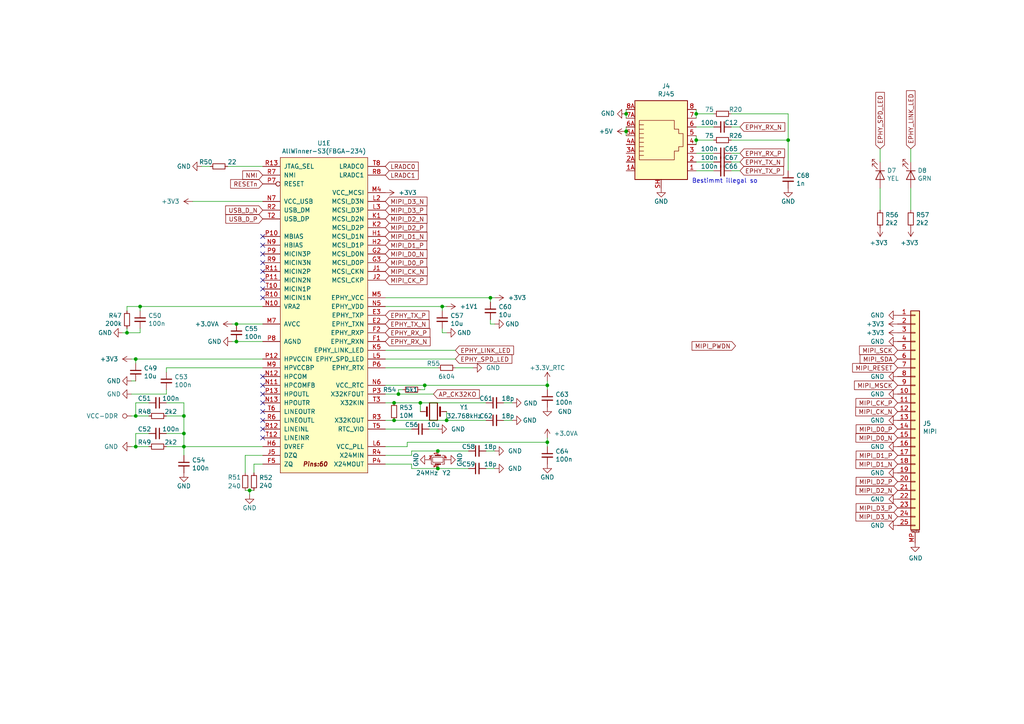
<source format=kicad_sch>
(kicad_sch (version 20211123) (generator eeschema)
  (paper "A4")
  (title_block (title "OtterCamS3") (date "2023-02-02") (rev "1.0") (company "Jana Marie Hemsing"))
  (junction (at 123.19 111.76))
  (junction (at 114.3 116.84))
  (junction (at 115.57 114.3))
  (junction (at 201.93 33.02))
  (junction (at 39.37 104.14))
  (junction (at 40.64 88.9))
  (junction (at 53.34 125.73))
  (junction (at 158.75 128.27))
  (junction (at 181.61 38.1))
  (junction (at 53.34 120.65))
  (junction (at 158.75 111.76))
  (junction (at 36.83 96.52))
  (junction (at 121.92 116.84))
  (junction (at 142.24 86.36))
  (junction (at 53.34 129.54))
  (junction (at 114.3 121.92))
  (junction (at 129.54 121.92))
  (junction (at 127 135.89))
  (junction (at 228.6 40.64))
  (junction (at 72.39 142.24))
  (junction (at 201.93 40.64))
  (junction (at 39.37 129.54))
  (junction (at 181.61 33.02))
  (junction (at 68.58 99.06))
  (junction (at 68.58 93.98))
  (junction (at 39.37 120.65))
  (junction (at 127 130.81))
  (junction (at 128.27 88.9))
  (no_connect (at 76.2 116.84))
  (no_connect (at 76.2 86.36))
  (no_connect (at 76.2 111.76))
  (no_connect (at 76.2 78.74))
  (no_connect (at 76.2 124.46))
  (no_connect (at 76.2 81.28))
  (no_connect (at 76.2 76.2))
  (no_connect (at 76.2 127))
  (no_connect (at 76.2 121.92))
  (no_connect (at 76.2 73.66))
  (no_connect (at 76.2 109.22))
  (no_connect (at 76.2 68.58))
  (no_connect (at 76.2 119.38))
  (no_connect (at 76.2 71.12))
  (no_connect (at 76.2 83.82))
  (no_connect (at 76.2 114.3))
  (wire (pts (xy 129.54 121.92) (xy 140.97 121.92)))
  (wire (pts (xy 142.24 86.36) (xy 142.24 87.63)))
  (wire (pts (xy 39.37 104.14) (xy 76.2 104.14)))
  (wire (pts (xy 143.51 135.89) (xy 140.97 135.89)))
  (wire (pts (xy 201.93 40.64) (xy 201.93 39.37)))
  (wire (pts (xy 35.56 96.52) (xy 36.83 96.52)))
  (wire (pts (xy 212.09 44.45) (xy 214.63 44.45)))
  (wire (pts (xy 158.75 110.49) (xy 158.75 111.76)))
  (wire (pts (xy 38.1 120.65) (xy 39.37 120.65)))
  (wire (pts (xy 128.27 96.52) (xy 128.27 95.25)))
  (wire (pts (xy 181.61 38.1) (xy 181.61 39.37)))
  (wire (pts (xy 71.12 132.08) (xy 71.12 137.16)))
  (wire (pts (xy 39.37 116.84) (xy 43.18 116.84)))
  (wire (pts (xy 116.84 113.03) (xy 115.57 113.03)))
  (wire (pts (xy 201.93 33.02) (xy 201.93 31.75)))
  (wire (pts (xy 111.76 104.14) (xy 132.08 104.14)))
  (wire (pts (xy 43.18 125.73) (xy 39.37 125.73)))
  (wire (pts (xy 228.6 49.53) (xy 228.6 40.64)))
  (wire (pts (xy 207.01 44.45) (xy 201.93 44.45)))
  (wire (pts (xy 158.75 129.54) (xy 158.75 128.27)))
  (wire (pts (xy 255.27 54.61) (xy 255.27 60.96)))
  (wire (pts (xy 207.01 33.02) (xy 201.93 33.02)))
  (wire (pts (xy 76.2 48.26) (xy 66.04 48.26)))
  (wire (pts (xy 127 130.81) (xy 135.89 130.81)))
  (wire (pts (xy 207.01 36.83) (xy 201.93 36.83)))
  (wire (pts (xy 53.34 120.65) (xy 53.34 116.84)))
  (wire (pts (xy 111.76 134.62) (xy 119.38 134.62)))
  (wire (pts (xy 48.26 125.73) (xy 53.34 125.73)))
  (wire (pts (xy 73.66 134.62) (xy 73.66 137.16)))
  (wire (pts (xy 212.09 33.02) (xy 228.6 33.02)))
  (wire (pts (xy 111.76 121.92) (xy 114.3 121.92)))
  (wire (pts (xy 127 135.89) (xy 135.89 135.89)))
  (wire (pts (xy 118.11 128.27) (xy 158.75 128.27)))
  (wire (pts (xy 76.2 134.62) (xy 73.66 134.62)))
  (wire (pts (xy 111.76 88.9) (xy 128.27 88.9)))
  (wire (pts (xy 111.76 101.6) (xy 132.08 101.6)))
  (wire (pts (xy 119.38 135.89) (xy 127 135.89)))
  (wire (pts (xy 111.76 86.36) (xy 142.24 86.36)))
  (wire (pts (xy 121.92 119.38) (xy 121.92 116.84)))
  (wire (pts (xy 39.37 104.14) (xy 39.37 105.41)))
  (wire (pts (xy 158.75 113.03) (xy 158.75 111.76)))
  (wire (pts (xy 38.1 110.49) (xy 39.37 110.49)))
  (wire (pts (xy 181.61 31.75) (xy 181.61 33.02)))
  (wire (pts (xy 118.11 129.54) (xy 118.11 128.27)))
  (wire (pts (xy 73.66 142.24) (xy 72.39 142.24)))
  (wire (pts (xy 129.54 96.52) (xy 128.27 96.52)))
  (wire (pts (xy 148.59 121.92) (xy 146.05 121.92)))
  (wire (pts (xy 201.93 41.91) (xy 201.93 40.64)))
  (wire (pts (xy 142.24 93.98) (xy 142.24 92.71)))
  (wire (pts (xy 38.1 129.54) (xy 39.37 129.54)))
  (wire (pts (xy 119.38 134.62) (xy 119.38 135.89)))
  (wire (pts (xy 39.37 125.73) (xy 39.37 129.54)))
  (wire (pts (xy 158.75 127) (xy 158.75 128.27)))
  (wire (pts (xy 181.61 33.02) (xy 181.61 34.29)))
  (wire (pts (xy 127 124.46) (xy 124.46 124.46)))
  (wire (pts (xy 111.76 129.54) (xy 118.11 129.54)))
  (wire (pts (xy 68.58 93.98) (xy 76.2 93.98)))
  (wire (pts (xy 68.58 99.06) (xy 76.2 99.06)))
  (wire (pts (xy 123.19 111.76) (xy 158.75 111.76)))
  (wire (pts (xy 53.34 129.54) (xy 76.2 129.54)))
  (wire (pts (xy 40.64 88.9) (xy 40.64 90.17)))
  (wire (pts (xy 111.76 111.76) (xy 123.19 111.76)))
  (wire (pts (xy 72.39 142.24) (xy 71.12 142.24)))
  (wire (pts (xy 38.1 114.3) (xy 48.26 114.3)))
  (wire (pts (xy 207.01 49.53) (xy 201.93 49.53)))
  (wire (pts (xy 143.51 86.36) (xy 142.24 86.36)))
  (wire (pts (xy 121.92 116.84) (xy 140.97 116.84)))
  (wire (pts (xy 119.38 130.81) (xy 119.38 132.08)))
  (wire (pts (xy 114.3 121.92) (xy 129.54 121.92)))
  (wire (pts (xy 111.76 124.46) (xy 119.38 124.46)))
  (wire (pts (xy 264.16 54.61) (xy 264.16 60.96)))
  (wire (pts (xy 40.64 88.9) (xy 76.2 88.9)))
  (wire (pts (xy 48.26 116.84) (xy 53.34 116.84)))
  (wire (pts (xy 40.64 88.9) (xy 36.83 88.9)))
  (wire (pts (xy 53.34 125.73) (xy 53.34 120.65)))
  (wire (pts (xy 115.57 114.3) (xy 125.73 114.3)))
  (wire (pts (xy 143.51 93.98) (xy 142.24 93.98)))
  (wire (pts (xy 36.83 96.52) (xy 36.83 95.25)))
  (wire (pts (xy 143.51 130.81) (xy 140.97 130.81)))
  (wire (pts (xy 48.26 114.3) (xy 48.26 113.03)))
  (wire (pts (xy 39.37 129.54) (xy 43.18 129.54)))
  (wire (pts (xy 148.59 116.84) (xy 146.05 116.84)))
  (wire (pts (xy 115.57 113.03) (xy 115.57 114.3)))
  (wire (pts (xy 72.39 143.51) (xy 72.39 142.24)))
  (wire (pts (xy 40.64 96.52) (xy 36.83 96.52)))
  (wire (pts (xy 43.18 120.65) (xy 39.37 120.65)))
  (wire (pts (xy 119.38 130.81) (xy 127 130.81)))
  (wire (pts (xy 48.26 129.54) (xy 53.34 129.54)))
  (wire (pts (xy 214.63 36.83) (xy 212.09 36.83)))
  (wire (pts (xy 48.26 120.65) (xy 53.34 120.65)))
  (wire (pts (xy 39.37 120.65) (xy 39.37 116.84)))
  (wire (pts (xy 111.76 106.68) (xy 127 106.68)))
  (wire (pts (xy 67.31 99.06) (xy 68.58 99.06)))
  (wire (pts (xy 53.34 129.54) (xy 53.34 132.08)))
  (wire (pts (xy 228.6 33.02) (xy 228.6 40.64)))
  (wire (pts (xy 121.92 113.03) (xy 123.19 113.03)))
  (wire (pts (xy 207.01 40.64) (xy 201.93 40.64)))
  (wire (pts (xy 58.42 48.26) (xy 60.96 48.26)))
  (wire (pts (xy 207.01 46.99) (xy 201.93 46.99)))
  (wire (pts (xy 71.12 132.08) (xy 76.2 132.08)))
  (wire (pts (xy 53.34 129.54) (xy 53.34 125.73)))
  (wire (pts (xy 264.16 43.18) (xy 264.16 46.99)))
  (wire (pts (xy 181.61 36.83) (xy 181.61 38.1)))
  (wire (pts (xy 214.63 46.99) (xy 212.09 46.99)))
  (wire (pts (xy 129.54 119.38) (xy 129.54 121.92)))
  (wire (pts (xy 212.09 40.64) (xy 228.6 40.64)))
  (wire (pts (xy 67.31 93.98) (xy 68.58 93.98)))
  (wire (pts (xy 129.54 88.9) (xy 128.27 88.9)))
  (wire (pts (xy 111.76 116.84) (xy 114.3 116.84)))
  (wire (pts (xy 48.26 107.95) (xy 48.26 106.68)))
  (wire (pts (xy 128.27 88.9) (xy 128.27 90.17)))
  (wire (pts (xy 255.27 46.99) (xy 255.27 43.18)))
  (wire (pts (xy 40.64 95.25) (xy 40.64 96.52)))
  (wire (pts (xy 114.3 116.84) (xy 121.92 116.84)))
  (wire (pts (xy 201.93 34.29) (xy 201.93 33.02)))
  (wire (pts (xy 212.09 49.53) (xy 214.63 49.53)))
  (wire (pts (xy 111.76 114.3) (xy 115.57 114.3)))
  (wire (pts (xy 55.88 58.42) (xy 76.2 58.42)))
  (wire (pts (xy 48.26 106.68) (xy 76.2 106.68)))
  (wire (pts (xy 132.08 106.68) (xy 137.16 106.68)))
  (wire (pts (xy 123.19 113.03) (xy 123.19 111.76)))
  (wire (pts (xy 36.83 88.9) (xy 36.83 90.17)))
  (wire (pts (xy 119.38 132.08) (xy 111.76 132.08)))
  (wire (pts (xy 38.1 104.14) (xy 39.37 104.14)))
  (text "Bestimmt illegal so" (at 200.66 53.34 0) (effects (font (size 1.27 1.27)) (justify left bottom)))
  (global_label "MIPI_CK_P" (shape input) (at 111.76 81.28 0) (property "Intersheet References" "${INTERSHEET_REFS}" (effects hide)))
  (global_label "LRADC0" (shape input) (at 111.76 48.26 0) (property "Intersheet References" "${INTERSHEET_REFS}" (effects hide)))
  (global_label "MIPI_D2_N" (shape input) (at 260.35 142.24 180) (property "Intersheet References" "${INTERSHEET_REFS}" (effects hide)))
  (global_label "EPHY_SPD_LED" (shape input) (at 132.08 104.14 0) (property "Intersheet References" "${INTERSHEET_REFS}" (effects hide)))
  (global_label "MIPI_CK_N" (shape input) (at 111.76 78.74 0) (property "Intersheet References" "${INTERSHEET_REFS}" (effects hide)))
  (global_label "MIPI_D1_P" (shape input) (at 260.35 132.08 180) (property "Intersheet References" "${INTERSHEET_REFS}" (effects hide)))
  (global_label "LRADC1" (shape input) (at 111.76 50.8 0) (property "Intersheet References" "${INTERSHEET_REFS}" (effects hide)))
  (global_label "MIPI_D0_P" (shape input) (at 111.76 76.2 0) (property "Intersheet References" "${INTERSHEET_REFS}" (effects hide)))
  (global_label "EPHY_SPD_LED" (shape input) (at 255.27 43.18 90) (property "Intersheet References" "${INTERSHEET_REFS}" (effects hide)))
  (global_label "EPHY_TX_N" (shape input) (at 111.76 93.98 0) (property "Intersheet References" "${INTERSHEET_REFS}" (effects hide)))
  (global_label "MIPI_D3_P" (shape input) (at 260.35 147.32 180) (property "Intersheet References" "${INTERSHEET_REFS}" (effects hide)))
  (global_label "MIPI_SDA" (shape input) (at 260.35 104.14 180) (property "Intersheet References" "${INTERSHEET_REFS}" (effects hide)))
  (global_label "MIPI_D0_N" (shape input) (at 111.76 73.66 0) (property "Intersheet References" "${INTERSHEET_REFS}" (effects hide)))
  (global_label "MIPI_D1_N" (shape input) (at 260.35 134.62 180) (property "Intersheet References" "${INTERSHEET_REFS}" (effects hide)))
  (global_label "MIPI_PWDN" (shape input) (at 213.36 100.33 180) (property "Intersheet References" "${INTERSHEET_REFS}" (effects hide)))
  (global_label "EPHY_RX_P" (shape input) (at 214.63 44.45 0) (property "Intersheet References" "${INTERSHEET_REFS}" (effects hide)))
  (global_label "EPHY_RX_N" (shape input) (at 214.63 36.83 0) (property "Intersheet References" "${INTERSHEET_REFS}" (effects hide)))
  (global_label "MIPI_CK_N" (shape input) (at 260.35 119.38 180) (property "Intersheet References" "${INTERSHEET_REFS}" (effects hide)))
  (global_label "AP_CK32KO" (shape input) (at 125.73 114.3 0) (property "Intersheet References" "${INTERSHEET_REFS}" (effects hide)))
  (global_label "MIPI_CK_P" (shape input) (at 260.35 116.84 180) (property "Intersheet References" "${INTERSHEET_REFS}" (effects hide)))
  (global_label "MIPI_D0_N" (shape input) (at 260.35 127 180) (property "Intersheet References" "${INTERSHEET_REFS}" (effects hide)))
  (global_label "MIPI_D2_N" (shape input) (at 111.76 63.5 0) (property "Intersheet References" "${INTERSHEET_REFS}" (effects hide)))
  (global_label "EPHY_LINK_LED" (shape input) (at 264.16 43.18 90) (property "Intersheet References" "${INTERSHEET_REFS}" (effects hide)))
  (global_label "MIPI_D3_P" (shape input) (at 111.76 60.96 0) (property "Intersheet References" "${INTERSHEET_REFS}" (effects hide)))
  (global_label "MIPI_RESET" (shape input) (at 260.35 106.68 180) (property "Intersheet References" "${INTERSHEET_REFS}" (effects hide)))
  (global_label "EPHY_TX_N" (shape input) (at 214.63 46.99 0) (property "Intersheet References" "${INTERSHEET_REFS}" (effects hide)))
  (global_label "MIPI_MSCK" (shape input) (at 260.35 111.76 180) (property "Intersheet References" "${INTERSHEET_REFS}" (effects hide)))
  (global_label "USB_D_N" (shape input) (at 76.2 60.96 180) (property "Intersheet References" "${INTERSHEET_REFS}" (effects hide)))
  (global_label "MIPI_D2_P" (shape input) (at 111.76 66.04 0) (property "Intersheet References" "${INTERSHEET_REFS}" (effects hide)))
  (global_label "MIPI_SCK" (shape input) (at 260.35 101.6 180) (property "Intersheet References" "${INTERSHEET_REFS}" (effects hide)))
  (global_label "EPHY_TX_P" (shape input) (at 111.76 91.44 0) (property "Intersheet References" "${INTERSHEET_REFS}" (effects hide)))
  (global_label "EPHY_TX_P" (shape input) (at 214.63 49.53 0) (property "Intersheet References" "${INTERSHEET_REFS}" (effects hide)))
  (global_label "MIPI_D3_N" (shape input) (at 111.76 58.42 0) (property "Intersheet References" "${INTERSHEET_REFS}" (effects hide)))
  (global_label "EPHY_RX_N" (shape input) (at 111.76 99.06 0) (property "Intersheet References" "${INTERSHEET_REFS}" (effects hide)))
  (global_label "MIPI_D1_P" (shape input) (at 111.76 71.12 0) (property "Intersheet References" "${INTERSHEET_REFS}" (effects hide)))
  (global_label "MIPI_D3_N" (shape input) (at 260.35 149.86 180) (property "Intersheet References" "${INTERSHEET_REFS}" (effects hide)))
  (global_label "EPHY_RX_P" (shape input) (at 111.76 96.52 0) (property "Intersheet References" "${INTERSHEET_REFS}" (effects hide)))
  (global_label "NMI" (shape input) (at 76.2 50.8 180) (property "Intersheet References" "${INTERSHEET_REFS}" (effects hide)))
  (global_label "MIPI_D1_N" (shape input) (at 111.76 68.58 0) (property "Intersheet References" "${INTERSHEET_REFS}" (effects hide)))
  (global_label "MIPI_D0_P" (shape input) (at 260.35 124.46 180) (property "Intersheet References" "${INTERSHEET_REFS}" (effects hide)))
  (global_label "MIPI_D2_P" (shape input) (at 260.35 139.7 180) (property "Intersheet References" "${INTERSHEET_REFS}" (effects hide)))
  (global_label "RESETn" (shape input) (at 76.2 53.34 180) (property "Intersheet References" "${INTERSHEET_REFS}" (effects hide)))
  (global_label "EPHY_LINK_LED" (shape input) (at 132.08 101.6 0) (property "Intersheet References" "${INTERSHEET_REFS}" (effects hide)))
  (global_label "USB_D_P" (shape input) (at 76.2 63.5 180) (property "Intersheet References" "${INTERSHEET_REFS}" (effects hide)))
  (symbol (lib_id "Device:C_Small") (at 40.64 92.71 0) (unit 1)
    (property "Reference" "C50" (at 42.9768 91.5416 0) (effects (justify left)))
    (property "Value" "100n" (at 42.9768 93.853 0) (effects (justify left)))
    (property "Footprint" "otter:C_0402" (effects hide))
  )
  (symbol (lib_id "power:GND") (at 137.16 106.68 90) (mirror x) (unit 1)
    (property "Reference" "#PWR0124" (effects hide))
    (property "Value" "GND" (at 140.97 106.68 90) (effects (justify right)))
  )
  (symbol (lib_id "power:+3V3") (at 143.51 86.36 270) (unit 1)
    (property "Reference" "#PWR0125" (effects hide))
    (property "Value" "+3V3" (at 147.32 86.36 90) (effects (justify left)))
  )
  (symbol (lib_id "power:+3V3") (at 255.27 66.04 180) (unit 1)
    (property "Reference" "#PWR0135" (effects hide))
    (property "Value" "+3V3" (at 254.889 70.4342 0))
  )
  (symbol (lib_id "power:+3V3") (at 111.76 55.88 270) (unit 1)
    (property "Reference" "#PWR0118" (effects hide))
    (property "Value" "+3V3" (at 115.57 55.88 90) (effects (justify left)))
  )
  (symbol (lib_id "power:+1V1") (at 129.54 88.9 270) (unit 1)
    (property "Reference" "#PWR0121" (effects hide))
    (property "Value" "+1V1" (at 133.35 88.9 90) (effects (justify left)))
  )
  (symbol (lib_id "otter:+3.0VA") (at 158.75 127 0) (unit 1)
    (property "Reference" "#PWR0133" (effects hide))
    (property "Value" "+3.0VA" (at 167.64 125.73 0) (effects (justify right)))
  )
  (symbol (lib_id "otter:+3.0VA") (at 67.31 93.98 90) (unit 1)
    (property "Reference" "#PWR0115" (effects hide))
    (property "Value" "+3.0VA" (at 63.5 93.98 90) (effects (justify left)))
  )
  (symbol (lib_id "power:+3V3") (at 55.88 58.42 90) (unit 1)
    (property "Reference" "#PWR0113" (effects hide))
    (property "Value" "+3V3" (at 52.07 58.42 90) (effects (justify left)))
  )
  (symbol (lib_id "power:+3V3") (at 38.1 104.14 90) (unit 1)
    (property "Reference" "#PWR0107" (effects hide))
    (property "Value" "+3V3" (at 34.29 104.14 90) (effects (justify left)))
  )
  (symbol (lib_id "Connector_Generic_MountingPin:Conn_01x25_MountingPin") (at 265.43 121.92 0) (unit 1)
    (property "Reference" "J5" (at 267.6652 122.8344 0) (effects (justify left)))
    (property "Value" "MIPI" (at 267.6652 125.1458 0) (effects (justify left)))
    (property "Footprint" "otter:FH35C-25S" (effects hide))
  )
  (symbol (lib_id "otter:GND") (at 260.35 91.44 270) (unit 1)
    (property "Reference" "#PWR0140" (effects hide))
    (property "Value" "GND" (at 256.54 91.44 90) (effects (justify right)))
  )
  (symbol (lib_id "power:+3V3") (at 260.35 93.98 90) (unit 1)
    (property "Reference" "#PWR0141" (effects hide))
    (property "Value" "+3V3" (at 256.54 93.98 90) (effects (justify left)))
  )
  (symbol (lib_id "power:+3V3") (at 260.35 96.52 90) (unit 1)
    (property "Reference" "#PWR0142" (effects hide))
    (property "Value" "+3V3" (at 256.54 96.52 90) (effects (justify left)))
  )
  (symbol (lib_id "otter:GND") (at 260.35 99.06 270) (unit 1)
    (property "Reference" "#PWR0143" (effects hide))
    (property "Value" "GND" (at 256.54 99.06 90) (effects (justify right)))
  )
  (symbol (lib_id "otter:GND") (at 260.35 109.22 270) (unit 1)
    (property "Reference" "#PWR0144" (effects hide))
    (property "Value" "GND" (at 256.54 109.22 90) (effects (justify right)))
  )
  (symbol (lib_id "otter:GND") (at 260.35 114.3 270) (unit 1)
    (property "Reference" "#PWR0145" (effects hide))
    (property "Value" "GND" (at 256.54 114.3 90) (effects (justify right)))
  )
  (symbol (lib_id "otter:GND") (at 260.35 121.92 270) (unit 1)
    (property "Reference" "#PWR0146" (effects hide))
    (property "Value" "GND" (at 256.54 121.92 90) (effects (justify right)))
  )
  (symbol (lib_id "otter:GND") (at 260.35 129.54 270) (unit 1)
    (property "Reference" "#PWR0147" (effects hide))
    (property "Value" "GND" (at 256.54 129.54 90) (effects (justify right)))
  )
  (symbol (lib_id "otter:GND") (at 260.35 137.16 270) (unit 1)
    (property "Reference" "#PWR0148" (effects hide))
    (property "Value" "GND" (at 256.54 137.16 90) (effects (justify right)))
  )
  (symbol (lib_id "otter:GND") (at 260.35 144.78 270) (unit 1)
    (property "Reference" "#PWR0149" (effects hide))
    (property "Value" "GND" (at 256.54 144.78 90) (effects (justify right)))
  )
  (symbol (lib_id "otter:GND") (at 260.35 152.4 270) (unit 1)
    (property "Reference" "#PWR0150" (effects hide))
    (property "Value" "GND" (at 256.54 152.4 90) (effects (justify right)))
  )
  (symbol (lib_id "otter:GND") (at 265.43 157.48 0) (unit 1)
    (property "Reference" "#PWR0151" (effects hide))
    (property "Value" "GND" (at 265.557 161.8742 0))
  )
  (symbol (lib_id "power:GND") (at 181.61 33.02 270) (mirror x) (unit 1)
    (property "Reference" "#PWR0162" (effects hide))
    (property "Value" "GND" (at 178.3588 32.893 90) (effects (justify right)))
  )
  (symbol (lib_id "power:+5V") (at 181.61 38.1 90) (unit 1)
    (property "Reference" "#PWR0163" (effects hide))
    (property "Value" "+5V" (at 177.8 38.1 90) (effects (justify left)))
  )
  (symbol (lib_id "otter:8P8C_Shielded_pinheader") (at 191.77 41.91 0) (unit 1)
    (property "Reference" "J4" (at 193.2178 24.9682 0))
    (property "Value" "RJ45" (at 193.2178 27.2796 0))
    (property "Footprint" "otter:1-338088-3" (effects hide))
  )
  (symbol (lib_id "power:GND") (at 191.77 54.61 0) (mirror y) (unit 1)
    (property "Reference" "#PWR0158" (effects hide))
    (property "Value" "GND" (at 191.77 58.42 0))
  )
  (symbol (lib_id "Device:C_Small") (at 209.55 46.99 270) (unit 1)
    (property "Reference" "C67" (at 212.09 45.72 90))
    (property "Value" "100n" (at 205.74 45.72 90))
    (property "Footprint" "otter:C_0805" (effects hide))
  )
  (symbol (lib_id "Device:C_Small") (at 209.55 44.45 270) (unit 1)
    (property "Reference" "C65" (at 212.09 43.18 90))
    (property "Value" "100n" (at 205.74 43.18 90))
    (property "Footprint" "otter:C_0805" (effects hide))
  )
  (symbol (lib_id "Device:C_Small") (at 209.55 36.83 270) (unit 1)
    (property "Reference" "C12" (at 212.09 35.56 90))
    (property "Value" "100n" (at 205.74 35.56 90))
    (property "Footprint" "otter:C_0805" (effects hide))
  )
  (symbol (lib_id "Device:R_Small") (at 209.55 40.64 90) (unit 1)
    (property "Reference" "R26" (at 213.36 39.37 90))
    (property "Value" "75" (at 205.74 39.37 90))
    (property "Footprint" "otter:R_0402" (effects hide))
  )
  (symbol (lib_id "Device:R_Small") (at 209.55 33.02 90) (unit 1)
    (property "Reference" "R20" (at 213.36 31.75 90))
    (property "Value" "75" (at 205.74 31.75 90))
    (property "Footprint" "otter:R_0402" (effects hide))
  )
  (symbol (lib_id "Device:C_Small") (at 228.6 52.07 0) (unit 1)
    (property "Reference" "C68" (at 230.9368 50.9016 0) (effects (justify left)))
    (property "Value" "1n" (at 230.9368 53.213 0) (effects (justify left)))
    (property "Footprint" "otter:C_0805" (effects hide))
  )
  (symbol (lib_id "power:GND") (at 228.6 54.61 0) (mirror y) (unit 1)
    (property "Reference" "#PWR0136" (effects hide))
    (property "Value" "GND" (at 228.6 58.42 0))
  )
  (symbol (lib_id "Device:LED") (at 255.27 50.8 270) (unit 1)
    (property "Reference" "D7" (at 257.2766 49.4538 90) (effects (justify left)))
    (property "Value" "YEL" (at 257.2766 51.7652 90) (effects (justify left)))
    (property "Footprint" "LED_SMD:LED_0603_1608Metric_Castellated" (effects hide))
  )
  (symbol (lib_id "Device:LED") (at 264.16 50.8 270) (unit 1)
    (property "Reference" "D8" (at 266.1412 49.4538 90) (effects (justify left)))
    (property "Value" "GRN" (at 266.1412 51.7652 90) (effects (justify left)))
    (property "Footprint" "LED_SMD:LED_0603_1608Metric_Castellated" (effects hide))
  )
  (symbol (lib_id "power:+3V3") (at 264.16 66.04 180) (unit 1)
    (property "Reference" "#PWR0137" (effects hide))
    (property "Value" "+3V3" (at 263.779 70.4342 0))
  )
  (symbol (lib_id "power:GND") (at 58.42 48.26 270) (mirror x) (unit 1)
    (property "Reference" "#PWR0114" (effects hide))
    (property "Value" "GND" (at 53.34 48.26 90))
  )
  (symbol (lib_id "power:GND") (at 67.31 99.06 270) (mirror x) (unit 1)
    (property "Reference" "#PWR0116" (effects hide))
    (property "Value" "GND" (at 62.23 99.06 90))
  )
  (symbol (lib_id "power:GND") (at 38.1 110.49 270) (mirror x) (unit 1)
    (property "Reference" "#PWR0108" (effects hide))
    (property "Value" "GND" (at 33.02 110.49 90))
  )
  (symbol (lib_id "power:GND") (at 38.1 114.3 270) (mirror x) (unit 1)
    (property "Reference" "#PWR0109" (effects hide))
    (property "Value" "GND" (at 33.02 114.3 90))
  )
  (symbol (lib_id "power:GND") (at 72.39 143.51 0) (mirror y) (unit 1)
    (property "Reference" "#PWR0117" (effects hide))
    (property "Value" "GND" (at 72.39 147.32 0))
  )
  (symbol (lib_id "otter:VCC-DDR") (at 38.1 120.65 90) (unit 1)
    (property "Reference" "#PWR0110" (effects hide))
    (property "Value" "VCC-DDR" (at 34.29 120.65 90) (effects (justify left)))
  )
  (symbol (lib_id "power:GND") (at 53.34 137.16 0) (mirror y) (unit 1)
    (property "Reference" "#PWR0112" (effects hide))
    (property "Value" "GND" (at 53.34 140.97 0))
  )
  (symbol (lib_id "power:GND") (at 129.54 96.52 90) (mirror x) (unit 1)
    (property "Reference" "#PWR0122" (effects hide))
    (property "Value" "GND" (at 134.62 96.52 90))
  )
  (symbol (lib_id "power:GND") (at 143.51 93.98 90) (mirror x) (unit 1)
    (property "Reference" "#PWR0126" (effects hide))
    (property "Value" "GND" (at 148.59 93.98 90))
  )
  (symbol (lib_id "otter:+3V3_RTC") (at 158.75 110.49 0) (unit 1)
    (property "Reference" "#PWR0131" (effects hide))
    (property "Value" "+3V3_RTC" (at 158.75 106.68 0))
  )
  (symbol (lib_id "otter:AllWinner-S3(FBGA-234)") (at 93.98 91.44 0) (unit 5)
    (property "Reference" "U1" (at 93.98 41.529 0))
    (property "Value" "AllWinner-S3(FBGA-234)" (at 93.98 43.8404 0))
    (property "Footprint" "otter:FBGA-234(Pitch-0.65mm_Pad-0.3mm_11x11x1.08mm)" (effects hide))
  )
  (symbol (lib_id "Device:R_Small") (at 63.5 48.26 270) (unit 1)
    (property "Reference" "R50" (at 59.69 46.99 90))
    (property "Value" "22" (at 67.31 46.99 90))
    (property "Footprint" "otter:R_0402" (effects hide))
  )
  (symbol (lib_id "Device:C_Small") (at 48.26 110.49 0) (unit 1)
    (property "Reference" "C53" (at 50.5968 109.3216 0) (effects (justify left)))
    (property "Value" "100n" (at 50.5968 111.633 0) (effects (justify left)))
    (property "Footprint" "otter:C_0402" (effects hide))
  )
  (symbol (lib_id "Device:C_Small") (at 39.37 107.95 0) (unit 1)
    (property "Reference" "C49" (at 41.7068 106.7816 0) (effects (justify left)))
    (property "Value" "10u" (at 41.7068 109.093 0) (effects (justify left)))
    (property "Footprint" "otter:C_0603" (effects hide))
  )
  (symbol (lib_id "Device:C_Small") (at 68.58 96.52 0) (unit 1)
    (property "Reference" "C55" (at 70.9168 95.3516 0) (effects (justify left)))
    (property "Value" "100n" (at 70.9168 97.663 0) (effects (justify left)))
    (property "Footprint" "otter:C_0402" (effects hide))
  )
  (symbol (lib_id "Device:R_Small") (at 36.83 92.71 0) (unit 1)
    (property "Reference" "R47" (at 35.3568 91.5416 0) (effects (justify right)))
    (property "Value" "200k" (at 35.3568 93.853 0) (effects (justify right)))
    (property "Footprint" "otter:R_0402" (effects hide))
  )
  (symbol (lib_id "power:GND") (at 35.56 96.52 270) (mirror x) (unit 1)
    (property "Reference" "#PWR0106" (effects hide))
    (property "Value" "GND" (at 30.48 96.52 90))
  )
  (symbol (lib_id "Device:C_Small") (at 128.27 92.71 0) (unit 1)
    (property "Reference" "C57" (at 130.6068 91.5416 0) (effects (justify left)))
    (property "Value" "10u" (at 130.6068 93.853 0) (effects (justify left)))
    (property "Footprint" "otter:C_0603" (effects hide))
  )
  (symbol (lib_id "Device:C_Small") (at 142.24 90.17 0) (unit 1)
    (property "Reference" "C60" (at 144.5768 89.0016 0) (effects (justify left)))
    (property "Value" "10u" (at 144.5768 91.313 0) (effects (justify left)))
    (property "Footprint" "otter:C_0603" (effects hide))
  )
  (symbol (lib_id "Device:R_Small") (at 264.16 63.5 0) (unit 1)
    (property "Reference" "R57" (at 265.6586 62.3316 0) (effects (justify left)))
    (property "Value" "2k2" (at 265.6586 64.643 0) (effects (justify left)))
    (property "Footprint" "otter:R_0402" (effects hide))
  )
  (symbol (lib_id "Device:R_Small") (at 255.27 63.5 0) (unit 1)
    (property "Reference" "R56" (at 256.7686 62.3316 0) (effects (justify left)))
    (property "Value" "2k2" (at 256.7686 64.643 0) (effects (justify left)))
    (property "Footprint" "otter:R_0402" (effects hide))
  )
  (symbol (lib_id "Device:R_Small") (at 129.54 106.68 270) (unit 1)
    (property "Reference" "R55" (at 125.73 105.41 90))
    (property "Value" "6k04" (at 129.54 109.22 90))
    (property "Footprint" "otter:R_0402" (effects hide))
  )
  (symbol (lib_id "Device:R_Small") (at 45.72 120.65 270) (unit 1)
    (property "Reference" "R48" (at 41.91 119.38 90))
    (property "Value" "2k2" (at 49.53 119.38 90))
    (property "Footprint" "otter:R_0402" (effects hide))
  )
  (symbol (lib_id "Device:C_Small") (at 53.34 134.62 0) (unit 1)
    (property "Reference" "C54" (at 55.6768 133.4516 0) (effects (justify left)))
    (property "Value" "100n" (at 55.6768 135.763 0) (effects (justify left)))
    (property "Footprint" "otter:C_0402" (effects hide))
  )
  (symbol (lib_id "Device:C_Small") (at 45.72 116.84 270) (unit 1)
    (property "Reference" "C51" (at 41.91 115.57 90))
    (property "Value" "100n" (at 49.53 115.57 90))
    (property "Footprint" "otter:C_0402" (effects hide))
  )
  (symbol (lib_id "Device:R_Small") (at 71.12 139.7 0) (unit 1)
    (property "Reference" "R51" (at 66.04 138.43 0) (effects (justify left)))
    (property "Value" "240" (at 66.04 140.97 0) (effects (justify left)))
    (property "Footprint" "otter:R_0402" (effects hide))
  )
  (symbol (lib_id "Device:R_Small") (at 73.66 139.7 0) (unit 1)
    (property "Reference" "R52" (at 75.1586 138.5316 0) (effects (justify left)))
    (property "Value" "240" (at 75.1586 140.843 0) (effects (justify left)))
    (property "Footprint" "otter:R_0402" (effects hide))
  )
  (symbol (lib_id "Device:Crystal_GND24_Small") (at 127 133.35 270) (unit 1)
    (property "Reference" "Y2" (at 128.27 137.16 90) (effects (justify left)))
    (property "Value" "24MHz" (at 120.65 137.16 90) (effects (justify left)))
    (property "Footprint" "otter:Oscillator_3225" (effects hide))
  )
  (symbol (lib_id "power:GND") (at 124.46 133.35 270) (mirror x) (unit 1)
    (property "Reference" "#PWR0119" (effects hide))
    (property "Value" "GND" (at 120.65 133.35 0))
  )
  (symbol (lib_id "Device:C_Small") (at 138.43 130.81 90) (unit 1)
    (property "Reference" "C58" (at 135.89 129.54 90))
    (property "Value" "18p" (at 142.24 129.54 90))
    (property "Footprint" "otter:C_0402" (effects hide))
  )
  (symbol (lib_id "Device:C_Small") (at 138.43 135.89 90) (unit 1)
    (property "Reference" "C59" (at 135.89 134.62 90))
    (property "Value" "18p" (at 142.24 134.62 90))
    (property "Footprint" "otter:C_0402" (effects hide))
  )
  (symbol (lib_id "power:GND") (at 129.54 133.35 90) (mirror x) (unit 1)
    (property "Reference" "#PWR0123" (effects hide))
    (property "Value" "GND" (at 133.35 133.35 0))
  )
  (symbol (lib_id "power:GND") (at 143.51 135.89 90) (mirror x) (unit 1)
    (property "Reference" "#PWR0128" (effects hide))
    (property "Value" "GND" (at 147.32 135.89 90) (effects (justify right)))
  )
  (symbol (lib_id "power:GND") (at 143.51 130.81 90) (mirror x) (unit 1)
    (property "Reference" "#PWR0127" (effects hide))
    (property "Value" "GND" (at 147.32 130.81 90) (effects (justify right)))
  )
  (symbol (lib_id "power:GND") (at 158.75 134.62 0) (mirror y) (unit 1)
    (property "Reference" "#PWR0134" (effects hide))
    (property "Value" "GND" (at 158.75 138.43 0))
  )
  (symbol (lib_id "Device:C_Small") (at 158.75 132.08 0) (unit 1)
    (property "Reference" "C64" (at 161.0868 130.9116 0) (effects (justify left)))
    (property "Value" "100n" (at 161.0868 133.223 0) (effects (justify left)))
    (property "Footprint" "otter:C_0402" (effects hide))
  )
  (symbol (lib_id "Device:C_Small") (at 121.92 124.46 90) (unit 1)
    (property "Reference" "C56" (at 119.38 123.19 90))
    (property "Value" "10u" (at 125.73 123.19 90))
    (property "Footprint" "otter:C_0603" (effects hide))
  )
  (symbol (lib_id "power:GND") (at 127 124.46 90) (mirror x) (unit 1)
    (property "Reference" "#PWR0120" (effects hide))
    (property "Value" "GND" (at 130.81 124.46 90) (effects (justify right)))
  )
  (symbol (lib_id "Device:Crystal") (at 125.73 119.38 0) (unit 1)
    (property "Reference" "Y1" (at 134.62 118.11 0))
    (property "Value" "32.768kHz" (at 134.62 120.65 0))
    (property "Footprint" "otter:Crystal_SMD_3215-2Pin_3.2x1.5mm" (effects hide))
  )
  (symbol (lib_id "Device:R_Small") (at 114.3 119.38 180) (unit 1)
    (property "Reference" "R53" (at 115.7986 118.2116 0) (effects (justify right)))
    (property "Value" "10M" (at 115.7986 120.523 0) (effects (justify right)))
    (property "Footprint" "otter:R_0402" (effects hide))
  )
  (symbol (lib_id "Device:C_Small") (at 143.51 116.84 90) (unit 1)
    (property "Reference" "C61" (at 140.97 115.57 90))
    (property "Value" "18p" (at 147.32 115.57 90))
    (property "Footprint" "otter:C_0402" (effects hide))
  )
  (symbol (lib_id "Device:C_Small") (at 143.51 121.92 90) (unit 1)
    (property "Reference" "C62" (at 140.97 120.65 90))
    (property "Value" "18p" (at 147.32 120.65 90))
    (property "Footprint" "otter:C_0402" (effects hide))
  )
  (symbol (lib_id "power:GND") (at 148.59 121.92 90) (mirror x) (unit 1)
    (property "Reference" "#PWR0130" (effects hide))
    (property "Value" "GND" (at 153.67 121.92 90))
  )
  (symbol (lib_id "power:GND") (at 148.59 116.84 90) (mirror x) (unit 1)
    (property "Reference" "#PWR0129" (effects hide))
    (property "Value" "GND" (at 151.8412 116.967 90) (effects (justify right)))
  )
  (symbol (lib_id "Device:C_Small") (at 158.75 115.57 0) (unit 1)
    (property "Reference" "C63" (at 161.0868 114.4016 0) (effects (justify left)))
    (property "Value" "100n" (at 161.0868 116.713 0) (effects (justify left)))
    (property "Footprint" "otter:C_0402" (effects hide))
  )
  (symbol (lib_id "power:GND") (at 158.75 118.11 0) (mirror y) (unit 1)
    (property "Reference" "#PWR0132" (effects hide))
    (property "Value" "GND" (at 163.83 119.38 0))
  )
  (symbol (lib_id "Device:R_Small") (at 119.38 113.03 90) (unit 1)
    (property "Reference" "R54" (at 113.03 113.03 90))
    (property "Value" "5k1" (at 119.38 113.03 90))
    (property "Footprint" "otter:R_0402" (effects hide))
  )
  (symbol (lib_id "Device:C_Small") (at 209.55 49.53 270) (unit 1)
    (property "Reference" "C66" (at 212.09 48.26 90))
    (property "Value" "100n" (at 205.74 48.26 90))
    (property "Footprint" "otter:C_0805" (effects hide))
  )
  (symbol (lib_id "Device:R_Small") (at 45.72 129.54 270) (unit 1)
    (property "Reference" "R49" (at 41.91 128.27 90))
    (property "Value" "2k2" (at 49.53 128.27 90))
    (property "Footprint" "otter:R_0402" (effects hide))
  )
  (symbol (lib_id "Device:C_Small") (at 45.72 125.73 270) (unit 1)
    (property "Reference" "C52" (at 41.91 124.46 90))
    (property "Value" "100n" (at 49.53 124.46 90))
    (property "Footprint" "otter:C_0402" (effects hide))
  )
  (symbol (lib_id "power:GND") (at 38.1 129.54 270) (mirror x) (unit 1)
    (property "Reference" "#PWR0111" (effects hide))
    (property "Value" "GND" (at 34.29 129.54 90) (effects (justify right)))
  )
)
</source>
